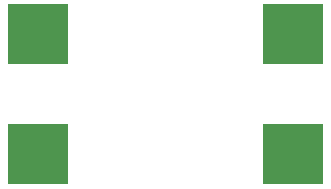
<source format=gbr>
%FSLAX34Y34*%
%MOMM*%
%LNSMDMASK_TOP*%
G71*
G01*
%ADD10R, 5.08X5.08*%
%LPD*%
X457200Y-330200D02*
G54D10*
D03*
X457200Y-431800D02*
G54D10*
D03*
X673100Y-330200D02*
G54D10*
D03*
X673100Y-431800D02*
G54D10*
D03*
M02*

</source>
